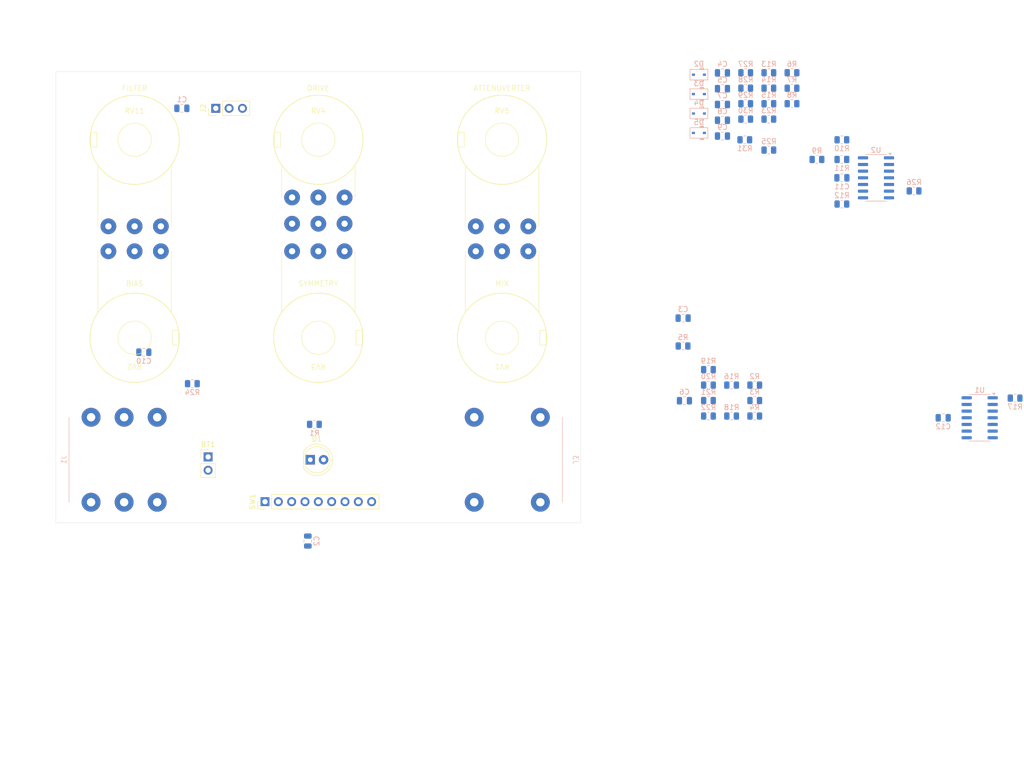
<source format=kicad_pcb>
(kicad_pcb (version 20241229) (generator "pcbnew") (generator_version "9.0")
  (layers (0 "F.Cu" signal) (2 "B.Cu" signal) (13 "F.Paste" user) (15 "B.Paste" user) (5 "F.SilkS" user "F.Silkscreen") (7 "B.SilkS" user "B.Silkscreen") (1 "F.Mask" user) (3 "B.Mask" user) (25 "Edge.Cuts" user))
  (net 0 "")
  (net 1 "+9V")
  (net 2 "JGND")
  (net 3 "Net-(U1A-+)")
  (net 4 "/input_raw")
  (net 5 "Net-(U1B-+)")
  (net 6 "Net-(U2C-+)")
  (net 7 "VGND")
  (net 8 "/Clipper Circuit/LPF")
  (net 9 "Net-(C5-Pad2)")
  (net 10 "Net-(SW1B-C)")
  (net 11 "Net-(C6-Pad1)")
  (net 12 "/Clipper Circuit/filtered")
  (net 13 "Net-(U2A--)")
  (net 14 "Net-(D2-A)")
  (net 15 "/Clipper Circuit/clipped")
  (net 16 "/Clipper Circuit/Output")
  (net 17 "Net-(U1C--)")
  (net 18 "/Clipper Circuit/bias")
  (net 19 "Net-(D1-Pad2)")
  (net 20 "Net-(SW1C-C)")
  (net 21 "Net-(D2-K)")
  (net 22 "Net-(D3-A)")
  (net 23 "Net-(D4-K)")
  (net 24 "/input_tip")
  (net 26 "/input_sleeve")
  (net 30 "/output_tip")
  (net 31 "/input_buf")
  (net 32 "Net-(U2D--)")
  (net 33 "Net-(U2D-+)")
  (net 34 "/Clipper Circuit/HPF")
  (net 35 "Net-(R12-Pad2)")
  (net 36 "Net-(R13-Pad2)")
  (net 37 "Net-(R16-Pad2)")
  (net 38 "Net-(R17-Pad2)")
  (net 39 "Net-(U1D--)")
  (net 40 "Net-(R20-Pad2)")
  (net 41 "Net-(R24-Pad1)")
  (net 42 "Net-(R25-Pad2)")
  (net 43 "Net-(R27-Pad1)")
  (net 44 "Net-(U1C-+)")
  (net 45 "/bypass")
  (net 47 "Net-(BT1-+)")
  (footprint "Osprey_Footprints:RV16AF-41" (layer "F.Cu") (at 65 80)
    (property "Reference" "RV11" (at 0 -5.5 0) (layer "F.SilkS") (effects (font (thickness 0.1))))
    (property "Value" "100k Lin" (hide yes))
    (pad "1" thru_hole circle (at -5 16.5) (size 3 3) (drill 1.2) (layers "*.Cu" "*.Mask") (net 36 "Net-(R13-Pad2)"))
    (pad "2" thru_hole circle (at 0 16.5) (size 3 3) (drill 1.2) (layers "*.Cu" "*.Mask") (net 7 "VGND"))
    (pad "3" thru_hole circle (at 5 16.5) (size 3 3) (drill 1.2) (layers "*.Cu" "*.Mask") (net 35 "Net-(R12-Pad2)"))
  )
  (footprint "Osprey_Footprints:RV16AF-41" (layer "F.Cu") (at 100 117.75 180)
    (property "Reference" "RV3" (at 0 -5.5 180) (layer "F.SilkS") (effects (font (thickness 0.1))))
    (property "Value" "2k Lin" (hide yes))
    (pad "1" thru_hole circle (at -5 16.5 180) (size 3 3) (drill 1.2) (layers "*.Cu" "*.Mask") (net 21 "Net-(D2-K)"))
    (pad "2" thru_hole circle (at 0 16.5 180) (size 3 3) (drill 1.2) (layers "*.Cu" "*.Mask") (net 15 "/Clipper Circuit/clipped"))
    (pad "3" thru_hole circle (at 5 16.5 180) (size 3 3) (drill 1.2) (layers "*.Cu" "*.Mask") (net 22 "Net-(D3-A)"))
  )
  (footprint "Connector_PinHeader_2.54mm:PinHeader_1x02_P2.54mm_Vertical" (layer "F.Cu") (at 79 140.46)
    (property "Reference" "BT1" (at 0 -2.38 0) (layer "F.SilkS"))
    (property "Value" "+9V Battery")
    (pad "1" thru_hole rect (at 0 0) (size 1.7 1.7) (drill 1) (layers "*.Cu" "*.Mask") (net 47 "Net-(BT1-+)"))
    (pad "2" thru_hole circle (at 0 2.54) (size 1.7 1.7) (drill 1) (layers "*.Cu" "*.Mask") (net 26 "/input_sleeve"))
  )
  (footprint "Osprey_Footprints:RV16A10F-41-(L)R-XXX-3X(3)" (layer "F.Cu") (at 100 80)
    (property "Reference" "RV4" (at 0 -5.5 0) (layer "F.SilkS") (effects (font (thickness 0.1))))
    (property "Value" "10k Lin" (hide yes))
    (pad "1A" thru_hole circle (at -5 11) (size 3 3) (drill 1.2) (layers "*.Cu" "*.Mask") (net 14 "Net-(D2-A)"))
    (pad "1B" thru_hole circle (at -5 16) (size 3 3) (drill 1.2) (layers "*.Cu" "*.Mask") (net 15 "/Clipper Circuit/clipped"))
    (pad "2A" thru_hole circle (at 0 11) (size 3 3) (drill 1.2) (layers "*.Cu" "*.Mask") (net 43 "Net-(R27-Pad1)"))
    (pad "2B" thru_hole circle (at 0 16) (size 3 3) (drill 1.2) (layers "*.Cu" "*.Mask") (net 15 "/Clipper Circuit/clipped"))
    (pad "3A" thru_hole circle (at 5 11) (size 3 3) (drill 1.2) (layers "*.Cu" "*.Mask") (net 15 "/Clipper Circuit/clipped"))
    (pad "3B" thru_hole circle (at 5 16) (size 3 3) (drill 1.2) (layers "*.Cu" "*.Mask") (net 23 "Net-(D4-K)"))
  )
  (footprint "Connector_PinHeader_2.54mm:PinHeader_1x03_P2.54mm_Vertical" (layer "F.Cu") (at 80.46 74 90)
    (property "Reference" "J2" (at 0 -2.38 90) (layer "F.SilkS"))
    (property "Value" "Barrel_Jack_Switch")
    (pad "1" thru_hole rect (at 0 0 90) (size 1.7 1.7) (drill 1) (layers "*.Cu" "*.Mask") (net 2 "JGND"))
    (pad "2" thru_hole circle (at 0 2.54 90) (size 1.7 1.7) (drill 1) (layers "*.Cu" "*.Mask") (net 1 "+9V"))
    (pad "3" thru_hole circle (at 0 5.08 90) (size 1.7 1.7) (drill 1) (layers "*.Cu" "*.Mask") (net 47 "Net-(BT1-+)"))
  )
  (footprint "Connector_PinHeader_2.54mm:PinHeader_1x09_P2.54mm_Vertical" (layer "F.Cu") (at 89.84 149 90)
    (property "Reference" "SW1" (at 0 -2.38 90) (layer "F.SilkS"))
    (property "Value" "SW_3PDT_x3")
    (pad "1" thru_hole rect (at 0 0 90) (size 1.7 1.7) (drill 1) (layers "*.Cu" "*.Mask") (net 45 "/bypass"))
    (pad "2" thru_hole circle (at 0 2.54 90) (size 1.7 1.7) (drill 1) (layers "*.Cu" "*.Mask") (net 24 "/input_tip"))
    (pad "3" thru_hole circle (at 0 5.08 90) (size 1.7 1.7) (drill 1) (layers "*.Cu" "*.Mask") (net 4 "/input_raw"))
    (pad "4" thru_hole circle (at 0 7.62 90) (size 1.7 1.7) (drill 1) (layers "*.Cu" "*.Mask") (net 45 "/bypass"))
    (pad "5" thru_hole circle (at 0 10.16 90) (size 1.7 1.7) (drill 1) (layers "*.Cu" "*.Mask") (net 30 "/output_tip"))
    (pad "6" thru_hole circle (at 0 12.7 90) (size 1.7 1.7) (drill 1) (layers "*.Cu" "*.Mask") (net 10 "Net-(SW1B-C)"))
    (pad "7" thru_hole circle (at 0 15.24 90) (size 1.7 1.7) (drill 1) (layers "*.Cu" "*.Mask"))
    (pad "8" thru_hole circle (at 0 17.78 90) (size 1.7 1.7) (drill 1) (layers "*.Cu" "*.Mask") (net 2 "JGND"))
    (pad "9" thru_hole circle (at 0 20.32 90) (size 1.7 1.7) (drill 1) (layers "*.Cu" "*.Mask") (net 20 "Net-(SW1C-C)"))
  )
  (footprint "Osprey_Footprints:RV16AF-41" (layer "F.Cu") (at 135 117.75 180)
    (property "Reference" "RV1" (at 0 -5.5 180) (layer "F.SilkS") (effects (font (thickness 0.1))))
    (property "Value" "50k Lin" (hide yes))
    (pad "1" thru_hole circle (at -5 16.5 180) (size 3 3) (drill 1.2) (layers "*.Cu" "*.Mask") (net 37 "Net-(R16-Pad2)"))
    (pad "2" thru_hole circle (at 0 16.5 180) (size 3 3) (drill 1.2) (layers "*.Cu" "*.Mask") (net 7 "VGND"))
    (pad "3" thru_hole circle (at 5 16.5 180) (size 3 3) (drill 1.2) (layers "*.Cu" "*.Mask") (net 38 "Net-(R17-Pad2)"))
  )
  (footprint "LED_THT:LED_D5.0mm" (layer "F.Cu") (at 98.46 141)
    (property "Reference" "D1" (at 1.27 -3.96 0) (layer "F.SilkS"))
    (property "Value" "LED")
    (pad "1" thru_hole rect (at 0 0) (size 1.8 1.8) (drill 0.9) (layers "*.Cu" "*.Mask") (net 20 "Net-(SW1C-C)"))
    (pad "2" thru_hole circle (at 2.54 0) (size 1.8 1.8) (drill 0.9) (layers "*.Cu" "*.Mask") (net 19 "Net-(D1-Pad2)"))
  )
  (footprint "Osprey_Footprints:RV16AF-41" (layer "F.Cu") (at 135 80)
    (property "Reference" "RV5" (at 0 -5.5 0) (layer "F.SilkS") (effects (font (thickness 0.1))))
    (property "Value" "100k Lin" (hide yes))
    (pad "1" thru_hole circle (at -5 16.5) (size 3 3) (drill 1.2) (layers "*.Cu" "*.Mask") (net 7 "VGND"))
    (pad "2" thru_hole circle (at 0 16.5) (size 3 3) (drill 1.2) (layers "*.Cu" "*.Mask") (net 44 "Net-(U1C-+)"))
    (pad "3" thru_hole circle (at 5 16.5) (size 3 3) (drill 1.2) (layers "*.Cu" "*.Mask") (net 15 "/Clipper Circuit/clipped"))
  )
  (footprint "Osprey_Footprints:RV16AF-41" (layer "F.Cu") (at 65 117.75 180)
    (property "Reference" "RV2" (at 0 -5.5 180) (layer "F.SilkS") (effects (font (thickness 0.1))))
    (property "Value" "10k Lin" (hide yes))
    (pad "1" thru_hole circle (at -5 16.5 180) (size 3 3) (drill 1.2) (layers "*.Cu" "*.Mask") (net 42 "Net-(R25-Pad2)"))
    (pad "2" thru_hole circle (at 0 16.5 180) (size 3 3) (drill 1.2) (layers "*.Cu" "*.Mask") (net 18 "/Clipper Circuit/bias"))
    (pad "3" thru_hole circle (at 5 16.5 180) (size 3 3) (drill 1.2) (layers "*.Cu" "*.Mask") (net 41 "Net-(R24-Pad1)"))
  )
  (footprint "Capacitor_SMD:C_0805_2012Metric" (layer "B.Cu") (at 219.05 133)
    (property "Reference" "C12" (at 0 1.68 0) (layer "B.SilkS") (effects (justify mirror)))
    (property "Value" "100nF")
    (pad "1" smd roundrect (at -0.95 0) (size 1 1.45) (layers "B.Cu" "B.Mask" "B.Paste") (net 2 "JGND"))
    (pad "2" smd roundrect (at 0.95 0) (size 1 1.45) (layers "B.Cu" "B.Mask" "B.Paste") (net 1 "+9V"))
  )
  (footprint "PCM_Diode_SMD_AKL:D_SOD-323" (layer "B.Cu") (at 172.51 67.59 180)
    (property "Reference" "D2" (at 0 2.0405 0) (layer "B.SilkS") (effects (justify mirror)))
    (property "Value" "1N4148WS" (hide yes))
    (pad "1" smd roundrect (at -1.05 0 180) (size 0.6 0.45) (layers "B.Cu" "B.Mask" "B.Paste") (net 21 "Net-(D2-K)"))
    (pad "2" smd roundrect (at 1.05 0 180) (size 0.6 0.45) (layers "B.Cu" "B.Mask" "B.Paste") (net 14 "Net-(D2-A)"))
  )
  (footprint "Osprey_Footprints:PJ-644C MONO" (layer "B.Cu") (at 136 141 90)
    (property "Reference" "J3" (at 0 13 270) (layer "B.SilkS") (effects (font (thickness 0.1)) (justify mirror)))
    (property "Value" "PJ-645C MONO" (hide yes))
    (pad "S" thru_hole circle (at 8.1 6.3 90) (size 3.6 3.6) (drill 1.6) (layers "*.Cu" "*.Mask") (net 2 "JGND"))
    (pad "SS" thru_hole circle (at -8.1 6.3 90) (size 3.6 3.6) (drill 1.6) (layers "*.Cu" "*.Mask"))
    (pad "T" thru_hole circle (at 8.1 -6.3 90) (size 3.6 3.6) (drill 1.6) (layers "*.Cu" "*.Mask") (net 30 "/output_tip"))
    (pad "TS" thru_hole circle (at -8.1 -6.3 90) (size 3.6 3.6) (drill 1.6) (layers "*.Cu" "*.Mask"))
  )
  (footprint "PCM_Diode_SMD_AKL:D_SOD-323" (layer "B.Cu") (at 172.51 71.29 180)
    (property "Reference" "D3" (at 0 2.0405 0) (layer "B.SilkS") (effects (justify mirror)))
    (property "Value" "1N4148WS" (hide yes))
    (pad "1" smd roundrect (at -1.05 0 180) (size 0.6 0.45) (layers "B.Cu" "B.Mask" "B.Paste") (net 14 "Net-(D2-A)"))
    (pad "2" smd roundrect (at 1.05 0 180) (size 0.6 0.45) (layers "B.Cu" "B.Mask" "B.Paste") (net 22 "Net-(D3-A)"))
  )
  (footprint "Package_SO:SOIC-14_3.9x8.7mm_P1.27mm" (layer "B.Cu") (at 206.25 87.25 180)
    (property "Reference" "U2" (at 0 5.28 0) (layer "B.SilkS") (effects (justify mirror)))
    (property "Value" "TL074H")
    (pad "1" smd roundrect (at -2.475 3.81 180) (size 1.95 0.6) (layers "B.Cu" "B.Mask" "B.Paste") (net 12 "/Clipper Circuit/filtered"))
    (pad "2" smd roundrect (at -2.475 2.54 180) (size 1.95 0.6) (layers "B.Cu" "B.Mask" "B.Paste") (net 13 "Net-(U2A--)"))
    (pad "3" smd roundrect (at -2.475 1.27 180) (size 1.95 0.6) (layers "B.Cu" "B.Mask" "B.Paste") (net 18 "/Clipper Circuit/bias"))
    (pad "4" smd roundrect (at -2.475 0 180) (size 1.95 0.6) (layers "B.Cu" "B.Mask" "B.Paste") (net 2 "JGND"))
    (pad "5" smd roundrect (at -2.475 -1.27 180) (size 1.95 0.6) (layers "B.Cu" "B.Mask" "B.Paste") (net 7 "VGND"))
    (pad "6" smd roundrect (at -2.475 -2.54 180) (size 1.95 0.6) (layers "B.Cu" "B.Mask" "B.Paste") (net 14 "Net-(D2-A)"))
    (pad "7" smd roundrect (at -2.475 -3.81 180) (size 1.95 0.6) (layers "B.Cu" "B.Mask" "B.Paste") (net 15 "/Clipper Circuit/clipped"))
    (pad "8" smd roundrect (at 2.475 -3.81 180) (size 1.95 0.6) (layers "B.Cu" "B.Mask" "B.Paste") (net 8 "/Clipper Circuit/LPF"))
    (pad "9" smd roundrect (at 2.475 -2.54 180) (size 1.95 0.6) (layers "B.Cu" "B.Mask" "B.Paste") (net 8 "/Clipper Circuit/LPF"))
    (pad "10" smd roundrect (at 2.475 -1.27 180) (size 1.95 0.6) (layers "B.Cu" "B.Mask" "B.Paste") (net 6 "Net-(U2C-+)"))
    (pad "11" smd roundrect (at 2.475 0 180) (size 1.95 0.6) (layers "B.Cu" "B.Mask" "B.Paste") (net 1 "+9V"))
    (pad "12" smd roundrect (at 2.475 1.27 180) (size 1.95 0.6) (layers "B.Cu" "B.Mask" "B.Paste") (net 33 "Net-(U2D-+)"))
    (pad "13" smd roundrect (at 2.475 2.54 180) (size 1.95 0.6) (layers "B.Cu" "B.Mask" "B.Paste") (net 32 "Net-(U2D--)"))
    (pad "14" smd roundrect (at 2.475 3.81 180) (size 1.95 0.6) (layers "B.Cu" "B.Mask" "B.Paste") (net 34 "/Clipper Circuit/HPF"))
  )
  (footprint "Resistor_SMD:R_0805_2012Metric" (layer "B.Cu") (at 169.485 119.315 180)
    (property "Reference" "R5" (at 0 1.65 0) (layer "B.SilkS") (effects (justify mirror)))
    (property "Value" "100k")
    (pad "1" smd roundrect (at -0.9125 0 180) (size 1.025 1.4) (layers "B.Cu" "B.Mask" "B.Paste") (roundrect_rratio 0.243902) (net 5 "Net-(U1B-+)"))
    (pad "2" smd roundrect (at 0.9125 0 180) (size 1.025 1.4) (layers "B.Cu" "B.Mask" "B.Paste") (roundrect_rratio 0.243902) (net 2 "JGND"))
  )
  (footprint "Resistor_SMD:R_0805_2012Metric" (layer "B.Cu") (at 195 83.75 180)
    (property "Reference" "R9" (at 0 1.65 0) (layer "B.SilkS") (effects (justify mirror)))
    (property "Value" "100k")
    (pad "1" smd roundrect (at -0.9125 0 180) (size 1.025 1.4) (layers "B.Cu" "B.Mask" "B.Paste") (roundrect_rratio 0.243902) (net 31 "/input_buf"))
    (pad "2" smd roundrect (at 0.9125 0 180) (size 1.025 1.4) (layers "B.Cu" "B.Mask" "B.Paste") (roundrect_rratio 0.243902) (net 33 "Net-(U2D-+)"))
  )
  (footprint "Capacitor_SMD:C_0805_2012Metric" (layer "B.Cu") (at 98 156.5 90)
    (property "Reference" "C2" (at 0 1.68 90) (layer "B.SilkS") (effects (justify mirror)))
    (property "Value" "10uF")
    (pad "1" smd roundrect (at -0.95 0 90) (size 1 1.45) (layers "B.Cu" "B.Mask" "B.Paste") (net 4 "/input_raw"))
    (pad "2" smd roundrect (at 0.95 0 90) (size 1 1.45) (layers "B.Cu" "B.Mask" "B.Paste") (net 3 "Net-(U1A-+)"))
  )
  (footprint "Resistor_SMD:R_0805_2012Metric" (layer "B.Cu") (at 174.325 129.715 180)
    (property "Reference" "R21" (at 0 1.65 0) (layer "B.SilkS") (effects (justify mirror)))
    (property "Value" "100R")
    (pad "1" smd roundrect (at -0.9125 0 180) (size 1.025 1.4) (layers "B.Cu" "B.Mask" "B.Paste") (roundrect_rratio 0.243902) (net 40 "Net-(R20-Pad2)"))
    (pad "2" smd roundrect (at 0.9125 0 180) (size 1.025 1.4) (layers "B.Cu" "B.Mask" "B.Paste") (roundrect_rratio 0.243902) (net 11 "Net-(C6-Pad1)"))
  )
  (footprint "Capacitor_SMD:C_0805_2012Metric" (layer "B.Cu") (at 176.995 73.265 180)
    (property "Reference" "C7" (at 0 1.68 0) (layer "B.SilkS") (effects (justify mirror)))
    (property "Value" "1nF")
    (pad "1" smd roundrect (at -0.95 0 180) (size 1 1.45) (layers "B.Cu" "B.Mask" "B.Paste") (net 12 "/Clipper Circuit/filtered"))
    (pad "2" smd roundrect (at 0.95 0 180) (size 1 1.45) (layers "B.Cu" "B.Mask" "B.Paste") (net 13 "Net-(U2A--)"))
  )
  (footprint "Capacitor_SMD:C_0805_2012Metric" (layer "B.Cu") (at 176.995 79.285 180)
    (property "Reference" "C9" (at 0 1.68 0) (layer "B.SilkS") (effects (justify mirror)))
    (property "Value" "220pF")
    (pad "1" smd roundrect (at -0.95 0 180) (size 1 1.45) (layers "B.Cu" "B.Mask" "B.Paste") (net 16 "/Clipper Circuit/Output"))
    (pad "2" smd roundrect (at 0.95 0 180) (size 1 1.45) (layers "B.Cu" "B.Mask" "B.Paste") (net 17 "Net-(U1C--)"))
  )
  (footprint "Resistor_SMD:R_0805_2012Metric" (layer "B.Cu") (at 183.145 129.715 180)
    (property "Reference" "R3" (at 0 1.65 0) (layer "B.SilkS") (effects (justify mirror)))
    (property "Value" "100k")
    (pad "1" smd roundrect (at -0.9125 0 180) (size 1.025 1.4) (layers "B.Cu" "B.Mask" "B.Paste") (roundrect_rratio 0.243902) (net 3 "Net-(U1A-+)"))
    (pad "2" smd roundrect (at 0.9125 0 180) (size 1.025 1.4) (layers "B.Cu" "B.Mask" "B.Paste") (roundrect_rratio 0.243902) (net 2 "JGND"))
  )
  (footprint "PCM_Diode_SMD_AKL:D_SOD-323" (layer "B.Cu") (at 172.51 78.69 180)
    (property "Reference" "D5" (at 0 2.0405 0) (layer "B.SilkS") (effects (justify mirror)))
    (property "Value" "1N4148WS" (hide yes))
    (pad "1" smd roundrect (at -1.05 0 180) (size 0.6 0.45) (layers "B.Cu" "B.Mask" "B.Paste") (net 23 "Net-(D4-K)"))
    (pad "2" smd roundrect (at 1.05 0 180) (size 0.6 0.45) (layers "B.Cu" "B.Mask" "B.Paste") (net 14 "Net-(D2-A)"))
  )
  (footprint "Resistor_SMD:R_0805_2012Metric" (layer "B.Cu") (at 185.835 76.065 180)
    (property "Reference" "R23" (at 0 1.65 0) (layer "B.SilkS") (effects (justify mirror)))
    (property "Value" "100k")
    (pad "1" smd roundrect (at -0.9125 0 180) (size 1.025 1.4) (layers "B.Cu" "B.Mask" "B.Paste") (roundrect_rratio 0.243902) (net 13 "Net-(U2A--)"))
    (pad "2" smd roundrect (at 0.9125 0 180) (size 1.025 1.4) (layers "B.Cu" "B.Mask" "B.Paste") (roundrect_rratio 0.243902) (net 12 "/Clipper Circuit/filtered"))
  )
  (footprint "Resistor_SMD:R_0805_2012Metric" (layer "B.Cu") (at 199.75 92.25 180)
    (property "Reference" "R12" (at 0 1.65 0) (layer "B.SilkS") (effects (justify mirror)))
    (property "Value" "10k")
    (pad "1" smd roundrect (at -0.9125 0 180) (size 1.025 1.4) (layers "B.Cu" "B.Mask" "B.Paste") (roundrect_rratio 0.243902) (net 8 "/Clipper Circuit/LPF"))
    (pad "2" smd roundrect (at 0.9125 0 180) (size 1.025 1.4) (layers "B.Cu" "B.Mask" "B.Paste") (roundrect_rratio 0.243902) (net 35 "Net-(R12-Pad2)"))
  )
  (footprint "Resistor_SMD:R_0805_2012Metric" (layer "B.Cu") (at 183.145 132.665 180)
    (property "Reference" "R4" (at 0 1.65 0) (layer "B.SilkS") (effects (justify mirror)))
    (property "Value" "100k")
    (pad "1" smd roundrect (at -0.9125 0 180) (size 1.025 1.4) (layers "B.Cu" "B.Mask" "B.Paste") (roundrect_rratio 0.243902) (net 1 "+9V"))
    (pad "2" smd roundrect (at 0.9125 0 180) (size 1.025 1.4) (layers "B.Cu" "B.Mask" "B.Paste") (roundrect_rratio 0.243902) (net 5 "Net-(U1B-+)"))
  )
  (footprint "Capacitor_SMD:C_0805_2012Metric" (layer "B.Cu") (at 199.75 87.25)
    (property "Reference" "C11" (at 0 1.68 0) (layer "B.SilkS") (effects (justify mirror)))
    (property "Value" "100nF")
    (pad "1" smd roundrect (at -0.95 0) (size 1 1.45) (layers "B.Cu" "B.Mask" "B.Paste") (net 2 "JGND"))
    (pad "2" smd roundrect (at 0.95 0) (size 1 1.45) (layers "B.Cu" "B.Mask" "B.Paste") (net 1 "+9V"))
  )
  (footprint "Resistor_SMD:R_0805_2012Metric" (layer "B.Cu") (at 174.325 132.665 180)
    (property "Reference" "R22" (at 0 1.65 0) (layer "B.SilkS") (effects (justify mirror)))
    (property "Value" "10k")
    (pad "1" smd roundrect (at -0.9125 0 180) (size 1.025 1.4) (layers "B.Cu" "B.Mask" "B.Paste") (roundrect_rratio 0.243902) (net 2 "JGND"))
    (pad "2" smd roundrect (at 0.9125 0 180) (size 1.025 1.4) (layers "B.Cu" "B.Mask" "B.Paste") (roundrect_rratio 0.243902) (net 10 "Net-(SW1B-C)"))
  )
  (footprint "Capacitor_SMD:C_0805_2012Metric" (layer "B.Cu") (at 176.995 70.255 180)
    (property "Reference" "C5" (at 0 1.68 0) (layer "B.SilkS") (effects (justify mirror)))
    (property "Value" "22nF")
    (pad "1" smd roundrect (at -0.95 0 180) (size 1 1.45) (layers "B.Cu" "B.Mask" "B.Paste") (net 8 "/Clipper Circuit/LPF"))
    (pad "2" smd roundrect (at 0.95 0 180) (size 1 1.45) (layers "B.Cu" "B.Mask" "B.Paste") (net 9 "Net-(C5-Pad2)"))
  )
  (footprint "Resistor_SMD:R_0805_2012Metric" (layer "B.Cu") (at 181.425 67.215 180)
    (property "Reference" "R27" (at 0 1.65 0) (layer "B.SilkS") (effects (justify mirror)))
    (property "Value" "3.3k")
    (pad "1" smd roundrect (at -0.9125 0 180) (size 1.025 1.4) (layers "B.Cu" "B.Mask" "B.Paste") (roundrect_rratio 0.243902) (net 43 "Net-(R27-Pad1)"))
    (pad "2" smd roundrect (at 0.9125 0 180) (size 1.025 1.4) (layers "B.Cu" "B.Mask" "B.Paste") (roundrect_rratio 0.243902) (net 15 "/Clipper Circuit/clipped"))
  )
  (footprint "Resistor_SMD:R_0805_2012Metric" (layer "B.Cu") (at 185.835 70.165 180)
    (property "Reference" "R14" (at 0 1.65 0) (layer "B.SilkS") (effects (justify mirror)))
    (property "Value" "47k")
    (pad "1" smd roundrect (at -0.9125 0 180) (size 1.025 1.4) (layers "B.Cu" "B.Mask" "B.Paste") (roundrect_rratio 0.243902) (net 36 "Net-(R13-Pad2)"))
    (pad "2" smd roundrect (at 0.9125 0 180) (size 1.025 1.4) (layers "B.Cu" "B.Mask" "B.Paste") (roundrect_rratio 0.243902) (net 13 "Net-(U2A--)"))
  )
  (footprint "Resistor_SMD:R_0805_2012Metric" (layer "B.Cu") (at 99.25 134.25)
    (property "Reference" "R1" (at 0 1.65 0) (layer "B.SilkS") (effects (justify mirror)))
    (property "Value" "1k")
    (pad "1" smd roundrect (at -0.9125 0) (size 1.025 1.4) (layers "B.Cu" "B.Mask" "B.Paste") (roundrect_rratio 0.243902) (net 1 "+9V"))
    (pad "2" smd roundrect (at 0.9125 0) (size 1.025 1.4) (layers "B.Cu" "B.Mask" "B.Paste") (roundrect_rratio 0.243902) (net 19 "Net-(D1-Pad2)"))
  )
  (footprint "Resistor_SMD:R_0805_2012Metric" (layer "B.Cu") (at 199.75 83.75)
    (property "Reference" "R11" (at 0 1.65 0) (layer "B.SilkS") (effects (justify mirror)))
    (property "Value" "100k")
    (pad "1" smd roundrect (at -0.9125 0) (size 1.025 1.4) (layers "B.Cu" "B.Mask" "B.Paste") (roundrect_rratio 0.243902) (net 7 "VGND"))
    (pad "2" smd roundrect (at 0.9125 0) (size 1.025 1.4) (layers "B.Cu" "B.Mask" "B.Paste") (roundrect_rratio 0.243902) (net 33 "Net-(U2D-+)"))
  )
  (footprint "Resistor_SMD:R_0805_2012Metric" (layer "B.Cu") (at 181.25 80)
    (property "Reference" "R31" (at 0 1.65 0) (layer "B.SilkS") (effects (justify mirror)))
    (property "Value" "10k")
    (pad "1" smd roundrect (at -0.9125 0) (size 1.025 1.4) (layers "B.Cu" "B.Mask" "B.Paste") (roundrect_rratio 0.243902) (net 16 "/Clipper Circuit/Output"))
    (pad "2" smd roundrect (at 0.9125 0) (size 1.025 1.4) (layers "B.Cu" "B.Mask" "B.Paste") (roundrect_rratio 0.243902) (net 17 "Net-(U1C--)"))
  )
  (footprint "Resistor_SMD:R_0805_2012Metric" (layer "B.Cu") (at 213.5 89.75 180)
    (property "Reference" "R26" (at 0 1.65 0) (layer "B.SilkS") (effects (justify mirror)))
    (property "Value" "10k")
    (pad "1" smd roundrect (at -0.9125 0 180) (size 1.025 1.4) (layers "B.Cu" "B.Mask" "B.Paste") (roundrect_rratio 0.243902) (net 12 "/Clipper Circuit/filtered"))
    (pad "2" smd roundrect (at 0.9125 0 180) (size 1.025 1.4) (layers "B.Cu" "B.Mask" "B.Paste") (roundrect_rratio 0.243902) (net 14 "Net-(D2-A)"))
  )
  (footprint "Resistor_SMD:R_0805_2012Metric" (layer "B.Cu") (at 185.835 81.965 180)
    (property "Reference" "R25" (at 0 1.65 0) (layer "B.SilkS") (effects (justify mirror)))
    (property "Value" "100k")
    (pad "1" smd roundrect (at -0.9125 0 180) (size 1.025 1.4) (layers "B.Cu" "B.Mask" "B.Paste") (roundrect_rratio 0.243902) (net 2 "JGND"))
    (pad "2" smd roundrect (at 0.9125 0 180) (size 1.025 1.4) (layers "B.Cu" "B.Mask" "B.Paste") (roundrect_rratio 0.243902) (net 42 "Net-(R25-Pad2)"))
  )
  (footprint "Resistor_SMD:R_0805_2012Metric" (layer "B.Cu") (at 76 126.5)
    (property "Reference" "R24" (at 0 1.65 0) (layer "B.SilkS") (effects (justify mirror)))
    (property "Value" "100k")
    (pad "1" smd roundrect (at -0.9125 0) (size 1.025 1.4) (layers "B.Cu" "B.Mask" "B.Paste") (roundrect_rratio 0.243902) (net 41 "Net-(R24-Pad1)"))
    (pad "2" smd roundrect (at 0.9125 0) (size 1.025 1.4) (layers "B.Cu" "B.Mask" "B.Paste") (roundrect_rratio 0.243902) (net 1 "+9V"))
  )
  (footprint "Resistor_SMD:R_0805_2012Metric" (layer "B.Cu") (at 232.75 129.25)
    (property "Reference" "R17" (at 0 1.65 0) (layer "B.SilkS") (effects (justify mirror)))
    (property "Value" "10k")
    (pad "1" smd roundrect (at -0.9125 0) (size 1.025 1.4) (layers "B.Cu" "B.Mask" "B.Paste") (roundrect_rratio 0.243902) (net 31 "/input_buf"))
    (pad "2" smd roundrect (at 0.9125 0) (size 1.025 1.4) (layers "B.Cu" "B.Mask" "B.Paste") (roundrect_rratio 0.243902) (net 38 "Net-(R17-Pad2)"))
  )
  (footprint "Resistor_SMD:R_0805_2012Metric" (layer "B.Cu") (at 174.325 123.815 180)
    (property "Reference" "R19" (at 0 1.65 0) (layer "B.SilkS") (effects (justify mirror)))
    (property "Value" "47K")
    (pad "1" smd roundrect (at -0.9125 0 180) (size 1.025 1.4) (layers "B.Cu" "B.Mask" "B.Paste") (roundrect_rratio 0.243902) (net 38 "Net-(R17-Pad2)"))
    (pad "2" smd roundrect (at 0.9125 0 180) (size 1.025 1.4) (layers "B.Cu" "B.Mask" "B.Paste") (roundrect_rratio 0.243902) (net 39 "Net-(U1D--)"))
  )
  (footprint "Capacitor_SMD:C_0805_2012Metric" (layer "B.Cu") (at 169.75 129.75 180)
    (property "Reference" "C6" (at 0 1.68 0) (layer "B.SilkS") (effects (justify mirror)))
    (property "Value" "10uF")
    (pad "1" smd roundrect (at -0.95 0 180) (size 1 1.45) (layers "B.Cu" "B.Mask" "B.Paste") (net 11 "Net-(C6-Pad1)"))
    (pad "2" smd roundrect (at 0.95 0 180) (size 1 1.45) (layers "B.Cu" "B.Mask" "B.Paste") (net 10 "Net-(SW1B-C)"))
  )
  (footprint "Resistor_SMD:R_0805_2012Metric" (layer "B.Cu") (at 199.75 80)
    (property "Reference" "R10" (at 0 1.65 0) (layer "B.SilkS") (effects (justify mirror)))
    (property "Value" "100k")
    (pad "1" smd roundrect (at -0.9125 0) (size 1.025 1.4) (layers "B.Cu" "B.Mask" "B.Paste") (roundrect_rratio 0.243902) (net 32 "Net-(U2D--)"))
    (pad "2" smd roundrect (at 0.9125 0) (size 1.025 1.4) (layers "B.Cu" "B.Mask" "B.Paste") (roundrect_rratio 0.243902) (net 34 "/Clipper Circuit/HPF"))
  )
  (footprint "Resistor_SMD:R_0805_2012Metric" (layer "B.Cu") (at 181.425 76.065 180)
    (property "Reference" "R30" (at 0 1.65 0) (layer "B.SilkS") (effects (justify mirror)))
    (property "Value" "10k")
    (pad "1" smd roundrect (at -0.9125 0 180) (size 1.025 1.4) (layers "B.Cu" "B.Mask" "B.Paste") (roundrect_rratio 0.243902) (net 17 "Net-(U1C--)"))
    (pad "2" smd roundrect (at 0.9125 0 180) (size 1.025 1.4) (layers "B.Cu" "B.Mask" "B.Paste") (roundrect_rratio 0.243902) (net 15 "/Clipper Circuit/clipped"))
  )
  (footprint "Resistor_SMD:R_0805_2012Metric" (layer "B.Cu") (at 174.325 126.765 180)
    (property "Reference" "R20" (at 0 1.65 0) (layer "B.SilkS") (effects (justify mirror)))
    (property "Value" "100k")
    (pad "1" smd roundrect (at -0.9125 0 180) (size 1.025 1.4) (layers "B.Cu" "B.Mask" "B.Paste") (roundrect_rratio 0.243902) (net 39 "Net-(U1D--)"))
    (pad "2" smd roundrect (at 0.9125 0 180) (size 1.025 1.4) (layers "B.Cu" "B.Mask" "B.Paste") (roundrect_rratio 0.243902) (net 40 "Net-(R20-Pad2)"))
  )
  (footprint "Resistor_SMD:R_0805_2012Metric" (layer "B.Cu") (at 178.735 132.665 180)
    (property "Reference" "R18" (at 0 1.65 0) (layer "B.SilkS") (effects (justify mirror)))
    (property "Value" "10k")
    (pad "1" smd roundrect (at -0.9125 0 180) (size 1.025 1.4) (layers "B.Cu" "B.Mask" "B.Paste") (roundrect_rratio 0.243902) (net 37 "Net-(R16-Pad2)"))
    (pad "2" smd roundrect (at 0.9125 0 180) (size 1.025 1.4) (layers "B.Cu" "B.Mask" "B.Paste") (roundrect_rratio 0.243902) (net 39 "Net-(U1D--)"))
  )
  (footprint "Resistor_SMD:R_0805_2012Metric" (layer "B.Cu") (at 190.245 73.115 180)
    (property "Reference" "R8" (at 0 1.65 0) (layer "B.SilkS") (effects (justify mirror)))
    (property "Value" "100k")
    (pad "1" smd roundrect (at -0.9125 0 180) (size 1.025 1.4) (layers "B.Cu" "B.Mask" "B.Paste") (roundrect_rratio 0.243902) (net 8 "/Clipper Circuit/LPF"))
    (pad "2" smd roundrect (at 0.9125 0 180) (size 1.025 1.4) (layers "B.Cu" "B.Mask" "B.Paste") (roundrect_rratio 0.243902) (net 32 "Net-(U2D--)"))
  )
  (footprint "Resistor_SMD:R_0805_2012Metric" (layer "B.Cu") (at 185.835 73.115 180)
    (property "Reference" "R15" (at 0 1.65 0) (layer "B.SilkS") (effects (justify mirror)))
    (property "Value" "47k")
    (pad "1" smd roundrect (at -0.9125 0 180) (size 1.025 1.4) (layers "B.Cu" "B.Mask" "B.Paste") (roundrect_rratio 0.243902) (net 35 "Net-(R12-Pad2)"))
    (pad "2" smd roundrect (at 0.9125 0 180) (size 1.025 1.4) (layers "B.Cu" "B.Mask" "B.Paste") (roundrect_rratio 0.243902) (net 13 "Net-(U2A--)"))
  )
  (footprint "Resistor_SMD:R_0805_2012Metric" (layer "B.Cu") (at 190.245 70.165 180)
    (property "Reference" "R7" (at 0 1.65 0) (layer "B.SilkS") (effects (justify mirror)))
    (property "Value" "12k")
    (pad "1" smd roundrect (at -0.9125 0 180) (size 1.025 1.4) (layers "B.Cu" "B.Mask" "B.Paste") (roundrect_rratio 0.243902) (net 9 "Net-(C5-Pad2)"))
    (pad "2" smd roundrect (at 0.9125 0 180) (size 1.025 1.4) (layers "B.Cu" "B.Mask" "B.Paste") (roundrect_rratio 0.243902) (net 6 "Net-(U2C-+)"))
  )
  (footprint "Resistor_SMD:R_0805_2012Metric" (layer "B.Cu") (at 181.425 73.115 180)
    (property "Reference" "R29" (at 0 1.65 0) (layer "B.SilkS") (effects (justify mirror)))
    (property "Value" "10k")
    (pad "1" smd roundrect (at -0.9125 0 180) (size 1.025 1.4) (layers "B.Cu" "B.Mask" "B.Paste") (roundrect_rratio 0.243902) (net 7 "VGND"))
    (pad "2" smd roundrect (at 0.9125 0 180) (size 1.025 1.4) (layers "B.Cu" "B.Mask" "B.Paste") (roundrect_rratio 0.243902) (net 44 "Net-(U1C-+)"))
  )
  (footprint "Resistor_SMD:R_0805_2012Metric" (layer "B.Cu") (at 190.245 67.215 180)
    (property "Reference" "R6" (at 0 1.65 0) (layer "B.SilkS") (effects (justify mirror)))
    (property "Value" "10k")
    (pad "1" smd roundrect (at -0.9125 0 180) (size 1.025 1.4) (layers "B.Cu" "B.Mask" "B.Paste") (roundrect_rratio 0.243902) (net 31 "/input_buf"))
    (pad "2" smd roundrect (at 0.9125 0 180) (size 1.025 1.4) (layers "B.Cu" "B.Mask" "B.Paste") (roundrect_rratio 0.243902) (net 9 "Net-(C5-Pad2)"))
  )
  (footprint "Resistor_SMD:R_0805_2012Metric" (layer "B.Cu") (at 185.835 67.215 180)
    (property "Reference" "R13" (at 0 1.65 0) (layer "B.SilkS") (effects (justify mirror)))
    (property "Value" "10k")
    (pad "1" smd roundrect (at -0.9125 0 180) (size 1.025 1.4) (layers "B.Cu" "B.Mask" "B.Paste") (roundrect_rratio 0.243902) (net 34 "/Clipper Circuit/HPF"))
    (pad "2" smd roundrect (at 0.9125 0 180) (size 1.025 1.4) (layers "B.Cu" "B.Mask" "B.Paste") (roundrect_rratio 0.243902) (net 36 "Net-(R13-Pad2)"))
  )
  (footprint "PCM_Diode_SMD_AKL:D_SOD-323" (layer "B.Cu") (at 172.51 74.99 180)
    (property "Reference" "D4" (at 0 2.0405 0) (layer "B.SilkS") (effects (justify mirror)))
    (property "Value" "1N4148WS" (hide yes))
    (pad "1" smd roundrect (at -1.05 0 180) (size 0.6 0.45) (layers "B.Cu" "B.Mask" "B.Paste") (net 23 "Net-(D4-K)"))
    (pad "2" smd roundrect (at 1.05 0 180) (size 0.6 0.45) (layers "B.Cu" "B.Mask" "B.Paste") (net 14 "Net-(D2-A)"))
  )
  (footprint "Resistor_SMD:R_0805_2012Metric" (layer "B.Cu") (at 178.735 126.765 180)
    (property "Reference" "R16" (at 0 1.65 0) (layer "B.SilkS") (effects (justify mirror)))
    (property "Value" "10k")
    (pad "1" smd roundrect (at -0.9125 0 180) (size 1.025 1.4) (layers "B.Cu" "B.Mask" "B.Paste") (roundrect_rratio 0.243902) (net 16 "/Clipper Circuit/Output"))
    (pad "2" smd roundrect (at 0.9125 0 180) (size 1.025 1.4) (layers "B.Cu" "B.Mask" "B.Paste") (roundrect_rratio 0.243902) (net 37 "Net-(R16-Pad2)"))
  )
  (footprint "Capacitor_SMD:C_0805_2012Metric" (layer "B.Cu") (at 176.995 67.245 180)
    (property "Reference" "C4" (at 0 1.68 0) (layer "B.SilkS") (effects (justify mirror)))
    (property "Value" "10nF")
    (pad "1" smd roundrect (at -0.95 0 180) (size 1 1.45) (layers "B.Cu" "B.Mask" "B.Paste") (net 7 "VGND"))
    (pad "2" smd roundrect (at 0.95 0 180) (size 1 1.45) (layers "B.Cu" "B.Mask" "B.Paste") (net 6 "Net-(U2C-+)"))
  )
  (footprint "Package_SO:SOIC-14_3.9x8.7mm_P1.27mm" (layer "B.Cu") (at 226 133 180)
    (property "Reference" "U1" (at 0 5.28 0) (layer "B.SilkS") (effects (justify mirror)))
    (property "Value" "TL074H")
    (pad "1" smd roundrect (at -2.475 3.81 180) (size 1.95 0.6) (layers "B.Cu" "B.Mask" "B.Paste") (net 31 "/input_buf"))
    (pad "2" smd roundrect (at -2.475 2.54 180) (size 1.95 0.6) (layers "B.Cu" "B.Mask" "B.Paste") (net 31 "/input_buf"))
    (pad "3" smd roundrect (at -2.475 1.27 180) (size 1.95 0.6) (layers "B.Cu" "B.Mask" "B.Paste") (net 3 "Net-(U1A-+)"))
    (pad "4" smd roundrect (at -2.475 0 180) (size 1.95 0.6) (layers "B.Cu" "B.Mask" "B.Paste") (net 2 "JGND"))
    (pad "5" smd roundrect (at -2.475 -1.27 180) (size 1.95 0.6) (layers "B.Cu" "B.Mask" "B.Paste") (net 5 "Net-(U1B-+)"))
    (pad "6" smd roundrect (at -2.475 -2.54 180) (size 1.95 0.6) (layers "B.Cu" "B.Mask" "B.Paste") (net 7 "VGND"))
    (pad "7" smd roundrect (at -2.475 -3.81 180) (size 1.95 0.6) (layers "B.Cu" "B.Mask" "B.Paste") (net 7 "VGND"))
    (pad "8" smd roundrect (at 2.475 -3.81 180) (size 1.95 0.6) (layers "B.Cu" "B.Mask" "B.Paste") (net 16 "/Clipper Circuit/Output"))
    (pad "9" smd roundrect (at 2.475 -2.54 180) (size 1.95 0.6) (layers "B.Cu" "B.Mask" "B.Paste") (net 17 "Net-(U1C--)"))
    (pad "10" smd roundrect (at 2.475 -1.27 180) (size 1.95 0.6) (layers "B.Cu" "B.Mask" "B.Paste") (net 44 "Net-(U1C-+)"))
    (pad "11" smd roundrect (at 2.475 0 180) (size 1.95 0.6) (layers "B.Cu" "B.Mask" "B.Paste") (net 1 "+9V"))
    (pad "12" smd roundrect (at 2.475 1.27 180) (size 1.95 0.6) (layers "B.Cu" "B.Mask" "B.Paste") (net 7 "VGND"))
    (pad "13" smd roundrect (at 2.475 2.54 180) (size 1.95 0.6) (layers "B.Cu" "B.Mask" "B.Paste") (net 39 "Net-(U1D--)"))
    (pad "14" smd roundrect (at 2.475 3.81 180) (size 1.95 0.6) (layers "B.Cu" "B.Mask" "B.Paste") (net 40 "Net-(R20-Pad2)"))
  )
  (footprint "Capacitor_SMD:C_0805_2012Metric" (layer "B.Cu") (at 74 74 180)
    (property "Reference" "C1" (at 0 1.68 0) (layer "B.SilkS") (effects (justify mirror)))
    (property "Value" "22uF")
    (pad "1" smd roundrect (at -0.95 0 180) (size 1 1.45) (layers "B.Cu" "B.Mask" "B.Paste") (net 1 "+9V"))
    (pad "2" smd roundrect (at 0.95 0 180) (size 1 1.45) (layers "B.Cu" "B.Mask" "B.Paste") (net 2 "JGND"))
  )
  (footprint "Capacitor_SMD:C_0805_2012Metric" (layer "B.Cu") (at 66.75 120.5)
    (property "Reference" "C10" (at 0 1.68 0) (layer "B.SilkS") (effects (justify mirror)))
    (property "Value" "1uF")
    (pad "1" smd roundrect (at -0.95 0) (size 1 1.45) (layers "B.Cu" "B.Mask" "B.Paste") (net 18 "/Clipper Circuit/bias"))
    (pad "2" smd roundrect (at 0.95 0) (size 1 1.45) (layers "B.Cu" "B.Mask" "B.Paste") (net 2 "JGND"))
  )
  (footprint "Capacitor_SMD:C_0805_2012Metric" (layer "B.Cu") (at 176.995 76.275 180)
    (property "Reference" "C8" (at 0 1.68 0) (layer "B.SilkS") (effects (justify mirror)))
    (property "Value" "220pF")
    (pad "1" smd roundrect (at -0.95 0 180) (size 1 1.45) (layers "B.Cu" "B.Mask" "B.Paste") (net 15 "/Clipper Circuit/clipped"))
    (pad "2" smd roundrect (at 0.95 0 180) (size 1 1.45) (layers "B.Cu" "B.Mask" "B.Paste") (net 14 "Net-(D2-A)"))
  )
  (footprint "Osprey_Footprints:TE-CK-6.35-29B" (layer "B.Cu") (at 63 141 -90)
    (property "Reference" "J1" (at 0 11.5 90) (layer "B.SilkS") (effects (font (thickness 0.1)) (justify mirror)))
    (property "Value" "TE-CK-6.35-29B" (hide yes))
    (pad "R" thru_hole circle (at 8.1 0 270) (size 3.6 3.6) (drill 1.6) (layers "*.Cu" "*.Mask") (net 26 "/input_sleeve"))
    (pad "RS" thru_hole circle (at -8.1 0 270) (size 3.6 3.6) (drill 1.6) (layers "*.Cu" "*.Mask"))
    (pad "S" thru_hole circle (at 8.1 6.3 270) (size 3.6 3.6) (drill 1.6) (layers "*.Cu" "*.Mask") (net 2 "JGND"))
    (pad "SS" thru_hole circle (at -8.1 6.3 270) (size 3.6 3.6) (drill 1.6) (layers "*.Cu" "*.Mask"))
    (pad "T" thru_hole circle (at 8.1 -6.3 270) (size 3.6 3.6) (drill 1.6) (layers "*.Cu" "*.Mask") (net 24 "/input_tip"))
    (pad "TS" thru_hole circle (at -8.1 -6.3 270) (size 3.6 3.6) (drill 1.6) (layers "*.Cu" "*.Mask") (net 2 "JGND"))
  )
  (footprint "Resistor_SMD:R_0805_2012Metric" (layer "B.Cu") (at 183.145 126.765 180)
    (property "Reference" "R2" (at 0 1.65 0) (layer "B.SilkS") (effects (justify mirror)))
    (property "Value" "100k")
    (pad "1" smd roundrect (at -0.9125 0 180) (size 1.025 1.4) (layers "B.Cu" "B.Mask" "B.Paste") (roundrect_rratio 0.243902) (net 1 "+9V"))
    (pad "2" smd roundrect (at 0.9125 0 180) (size 1.025 1.4) (layers "B.Cu" "B.Mask" "B.Paste") (roundrect_rratio 0.243902) (net 3 "Net-(U1A-+)"))
  )
  (footprint "Resistor_SMD:R_0805_2012Metric" (layer "B.Cu") (at 181.425 70.165 180)
    (property "Reference" "R28" (at 0 1.65 0) (layer "B.SilkS") (effects (justify mirror)))
    (property "Value" "10k")
    (pad "1" smd roundrect (at -0.9125 0 180) (size 1.025 1.4) (layers "B.Cu" "B.Mask" "B.Paste") (roundrect_rratio 0.243902) (net 44 "Net-(U1C-+)"))
    (pad "2" smd roundrect (at 0.9125 0 180) (size 1.025 1.4) (layers "B.Cu" "B.Mask" "B.Paste") (roundrect_rratio 0.243902) (net 15 "/Clipper Circuit/clipped"))
  )
  (footprint "Capacitor_SMD:C_0805_2012Metric" (layer "B.Cu") (at 169.5 114 180)
    (property "Reference" "C3" (at 0 1.68 0) (layer "B.SilkS") (effects (justify mirror)))
    (property "Value" "1uF")
    (pad "1" smd roundrect (at -0.95 0 180) (size 1 1.45) (layers "B.Cu" "B.Mask" "B.Paste") (net 5 "Net-(U1B-+)"))
    (pad "2" smd roundrect (at 0.95 0 180) (size 1 1.45) (layers "B.Cu" "B.Mask" "B.Paste") (net 2 "JGND"))
  )
  (gr_rect (start 50 67) (end 150 153) (stroke (width 0.05)) (fill no) (layer "Edge.Cuts"))
  (gr_text "ATTENUVERTER" (at 135 70.75 0) (layer "F.SilkS") (effects (font (size 1 1) (thickness 0.1)) (justify bottom)))
  (gr_text "DRIVE" (at 100 70.75 0) (layer "F.SilkS") (effects (font (size 1 1) (thickness 0.1)) (justify bottom)))
  (gr_text "FILTER" (at 65 70.75 0) (layer "F.SilkS") (effects (font (size 1 1) (thickness 0.1)) (justify bottom)))
  (gr_text "BIAS" (at 65 108 0) (layer "F.SilkS") (effects (font (size 1 1) (thickness 0.1)) (justify bottom)))
  (gr_text "SYMMETRY" (at 100 108 0) (layer "F.SilkS") (effects (font (size 1 1) (thickness 0.1)) (justify bottom)))
  (gr_text "MIX" (at 135 108 0) (layer "F.SilkS") (effects (font (size 1 1) (thickness 0.1)) (justify bottom)))
)
</source>
